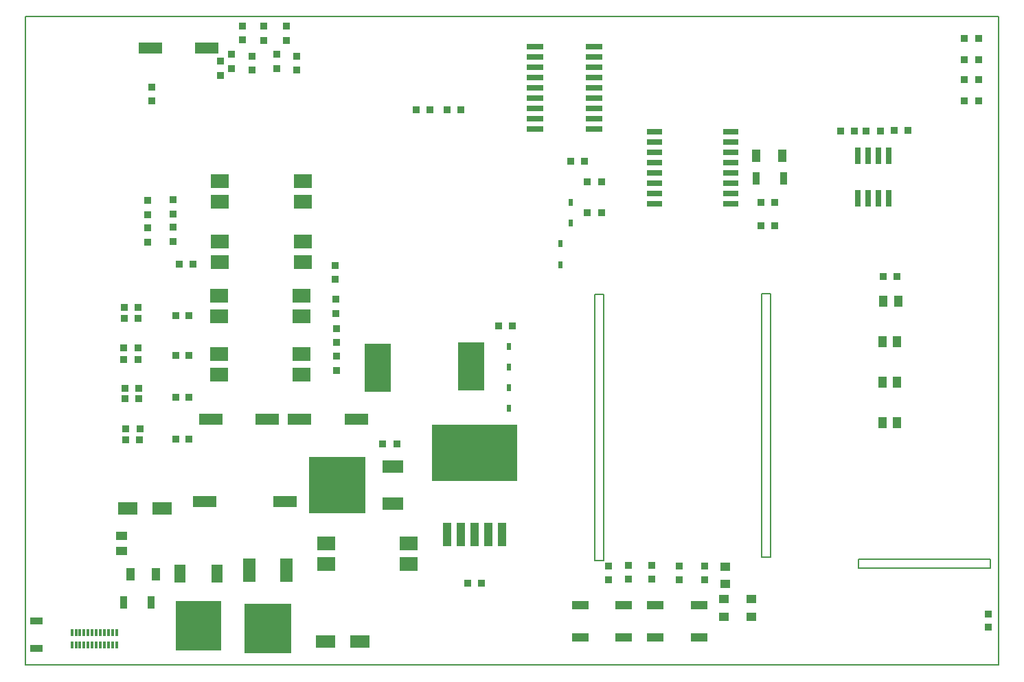
<source format=gbr>
<<<<<<< HEAD
G04 PROTEUS GERBER X2 FILE*
%TF.GenerationSoftware,Labcenter,Proteus,8.11-SP0-Build30052*%
%TF.CreationDate,2021-11-08T23:16:57+00:00*%
%TF.FileFunction,Paste,Top*%
%TF.FilePolarity,Positive*%
%TF.Part,Single*%
%TF.SameCoordinates,{af5e3d67-cc9f-4e8b-9fcc-2bf036155207}*%
%FSLAX45Y45*%
%MOMM*%
G01*
%TA.AperFunction,Material*%
%ADD102R,1.920000X0.650000*%
%TA.AperFunction,Material*%
%ADD103R,0.635000X2.032000*%
%TA.AperFunction,Material*%
%ADD104R,2.032000X0.635000*%
%TA.AperFunction,Material*%
%ADD105R,2.540000X1.524000*%
%ADD106R,6.985000X6.985000*%
%TA.AperFunction,Material*%
%ADD107R,2.200000X1.700000*%
%TA.AperFunction,Material*%
%ADD108R,0.889000X0.889000*%
%ADD109R,0.889000X0.939800*%
%ADD110R,0.889000X1.524000*%
%ADD111R,0.990600X1.397000*%
%ADD112R,0.939800X0.889000*%
%TA.AperFunction,Material*%
%ADD113R,1.400000X2.290000*%
%ADD114R,5.690000X6.180000*%
%TA.AperFunction,Material*%
%ADD115R,1.041400X2.997200*%
%ADD116R,10.490200X6.908800*%
%TA.AperFunction,Material*%
%ADD117R,1.016000X1.524000*%
%ADD118R,3.000000X1.400000*%
%TA.AperFunction,Material*%
%ADD119R,1.600000X3.000000*%
%ADD120R,5.800000X6.200000*%
%TA.AperFunction,Material*%
%ADD121R,1.397000X0.990600*%
%ADD122R,3.300000X6.000000*%
%ADD123R,2.350000X1.550000*%
%ADD124R,1.270000X1.016000*%
%TA.AperFunction,Material*%
%ADD125R,2.000000X1.000000*%
%TA.AperFunction,Material*%
%ADD126R,1.524000X0.889000*%
%TA.AperFunction,Material*%
%ADD127R,0.300000X0.950000*%
%TA.AperFunction,Material*%
%ADD128R,0.558800X0.889000*%
%TA.AperFunction,Profile*%
%ADD49C,0.203200*%
%TD.AperFunction*%
D102*
X+7770000Y+6587000D03*
X+7770000Y+6460000D03*
X+7770000Y+6333000D03*
X+7770000Y+6206000D03*
X+7770000Y+6079000D03*
X+7770000Y+5952000D03*
X+7770000Y+5825000D03*
X+7770000Y+5698000D03*
X+8712000Y+5698000D03*
X+8712000Y+5825000D03*
X+8712000Y+5952000D03*
X+8712000Y+6079000D03*
X+8712000Y+6206000D03*
X+8712000Y+6333000D03*
X+8712000Y+6460000D03*
X+8712000Y+6587000D03*
D103*
X+10276000Y+5769300D03*
X+10403000Y+5769300D03*
X+10530000Y+5769300D03*
X+10657000Y+5769300D03*
X+10657000Y+6290000D03*
X+10530000Y+6290000D03*
X+10403000Y+6290000D03*
X+10276000Y+6290000D03*
D104*
X+7020000Y+6624000D03*
X+7020000Y+6751000D03*
X+7020000Y+6878000D03*
X+7020000Y+7005000D03*
X+7020000Y+7132000D03*
X+7020000Y+7259000D03*
X+7020000Y+7386000D03*
X+7020000Y+7513000D03*
X+7020000Y+7640000D03*
X+6296100Y+7640000D03*
X+6296100Y+7513000D03*
X+6296100Y+7386000D03*
X+6296100Y+7259000D03*
X+6296100Y+7132000D03*
X+6296100Y+7005000D03*
X+6296100Y+6878000D03*
X+6296100Y+6751000D03*
X+6296100Y+6624000D03*
D105*
X+4543130Y+2000000D03*
X+4543130Y+2457200D03*
D106*
X+3852250Y+2228600D03*
D107*
X+3720000Y+1510000D03*
X+3720000Y+1256000D03*
X+4740000Y+1256000D03*
X+4740000Y+1510000D03*
X+2410000Y+5980000D03*
X+2410000Y+5726000D03*
X+3430000Y+5726000D03*
X+3430000Y+5980000D03*
D108*
X+1230000Y+4419620D03*
X+1402720Y+4419620D03*
X+1227280Y+3919620D03*
X+1400000Y+3919620D03*
X+1240000Y+3419620D03*
X+1412720Y+3419620D03*
X+1250000Y+2919620D03*
X+1422720Y+2919620D03*
X+1402720Y+4289620D03*
X+1230000Y+4289620D03*
X+1400000Y+3779620D03*
X+1227280Y+3779620D03*
X+1410000Y+3299620D03*
X+1237280Y+3299620D03*
X+1420000Y+2789620D03*
X+1247280Y+2789620D03*
D107*
X+2410000Y+5237000D03*
X+2410000Y+4983000D03*
X+3430000Y+4983000D03*
X+3430000Y+5237000D03*
X+2400000Y+4567000D03*
X+2400000Y+4313000D03*
X+3420000Y+4313000D03*
X+3420000Y+4567000D03*
X+2400000Y+3847000D03*
X+2400000Y+3593000D03*
X+3420000Y+3593000D03*
X+3420000Y+3847000D03*
D108*
X+3840000Y+4347280D03*
X+3840000Y+4520000D03*
X+3850000Y+3647280D03*
X+3850000Y+3820000D03*
X+3830000Y+4767280D03*
X+3830000Y+4940000D03*
X+3850000Y+3987280D03*
X+3850000Y+4160000D03*
D109*
X+1870000Y+4320000D03*
X+2030000Y+4320000D03*
X+1870000Y+3830000D03*
X+2030000Y+3830000D03*
X+1870000Y+3310000D03*
X+2030000Y+3310000D03*
X+1870000Y+2800000D03*
X+2030000Y+2800000D03*
D108*
X+3360000Y+7522720D03*
X+3360000Y+7350000D03*
X+3110000Y+7542720D03*
X+3110000Y+7370000D03*
X+2810000Y+7522720D03*
X+2810000Y+7350000D03*
X+2550000Y+7542720D03*
X+2550000Y+7370000D03*
X+1830000Y+5750000D03*
X+1830000Y+5577280D03*
X+1830000Y+5410000D03*
X+1830000Y+5237280D03*
X+1520000Y+5400000D03*
X+1520000Y+5227280D03*
X+1520000Y+5740000D03*
X+1520000Y+5567280D03*
X+11590000Y+6970000D03*
X+11762720Y+6970000D03*
X+11590000Y+7230000D03*
X+11762720Y+7230000D03*
X+11590000Y+7480000D03*
X+11762720Y+7480000D03*
X+11590000Y+7740000D03*
X+11762720Y+7740000D03*
X+1570000Y+6967280D03*
X+1570000Y+7140000D03*
X+2690000Y+7720000D03*
X+2690000Y+7892720D03*
X+2950000Y+7717280D03*
X+2950000Y+7890000D03*
X+3230000Y+7717280D03*
X+3230000Y+7890000D03*
X+9250000Y+5430000D03*
X+9077280Y+5430000D03*
X+9250000Y+5720000D03*
X+9077280Y+5720000D03*
X+10377280Y+6600000D03*
X+10550000Y+6600000D03*
X+10060000Y+6600000D03*
X+10232720Y+6600000D03*
X+10720000Y+6610000D03*
X+10892720Y+6610000D03*
D110*
X+9360000Y+6010000D03*
X+9020000Y+6010000D03*
D111*
X+10760000Y+3000000D03*
X+10580000Y+3000000D03*
X+10760000Y+3500000D03*
X+10580000Y+3500000D03*
X+10760000Y+4000000D03*
X+10580000Y+4000000D03*
D112*
X+11880000Y+480000D03*
X+11880000Y+640000D03*
D113*
X+2376000Y+1140000D03*
D114*
X+2148000Y+496000D03*
D113*
X+1920000Y+1140000D03*
D115*
X+5210000Y+1620000D03*
X+5380000Y+1620000D03*
X+5550000Y+1620000D03*
X+5720000Y+1620000D03*
X+5890000Y+1620000D03*
D116*
X+5550000Y+2630000D03*
D117*
X+1310000Y+1130000D03*
X+1624960Y+1130000D03*
D118*
X+2220000Y+2030000D03*
X+3210000Y+2030000D03*
X+4090000Y+3040000D03*
X+3390000Y+3040000D03*
X+2250000Y+7620000D03*
X+1550000Y+7620000D03*
X+2297000Y+3041000D03*
X+2997000Y+3041000D03*
D119*
X+3226000Y+1180000D03*
D120*
X+2998000Y+462000D03*
D119*
X+2770000Y+1180000D03*
D121*
X+1200000Y+1600000D03*
X+1200000Y+1420000D03*
D122*
X+5510000Y+3690000D03*
X+4360000Y+3680000D03*
D123*
X+4140000Y+300000D03*
X+3710000Y+300000D03*
X+1270000Y+1940000D03*
X+1700000Y+1940000D03*
D124*
X+8620000Y+820000D03*
X+8620000Y+606640D03*
X+8640000Y+1220000D03*
X+8640000Y+1006640D03*
X+8960000Y+820000D03*
X+8960000Y+606640D03*
D108*
X+4417280Y+2740000D03*
X+4590000Y+2740000D03*
X+2420000Y+7460000D03*
X+2420000Y+7287280D03*
X+7730000Y+1070000D03*
X+7730000Y+1242720D03*
X+8070000Y+1057280D03*
X+8070000Y+1230000D03*
X+7450000Y+1067280D03*
X+7450000Y+1240000D03*
X+8390000Y+1230000D03*
X+8390000Y+1057280D03*
X+7200000Y+1230000D03*
X+7200000Y+1057280D03*
D125*
X+6850000Y+350000D03*
X+7390000Y+350000D03*
X+7390000Y+750000D03*
X+6850000Y+750000D03*
X+7779000Y+346000D03*
X+8319000Y+346000D03*
X+8319000Y+746000D03*
X+7779000Y+746000D03*
D126*
X+150000Y+210000D03*
X+150000Y+550000D03*
D110*
X+1224551Y+780000D03*
X+1564551Y+780000D03*
D127*
X+585000Y+410000D03*
X+635000Y+410000D03*
X+684994Y+410000D03*
X+735000Y+410000D03*
X+785000Y+410000D03*
X+835000Y+410000D03*
X+885000Y+410000D03*
X+935000Y+410000D03*
X+985000Y+410000D03*
X+1035006Y+410000D03*
X+1085000Y+410000D03*
X+1135000Y+410000D03*
X+1135000Y+260000D03*
X+1085000Y+260000D03*
X+1035006Y+260000D03*
X+985000Y+260000D03*
X+935000Y+260000D03*
X+885000Y+260000D03*
X+835000Y+260000D03*
X+785000Y+260000D03*
X+735000Y+260000D03*
X+684994Y+260000D03*
X+635000Y+260000D03*
X+585000Y+260000D03*
D111*
X+10770000Y+4500000D03*
X+10590000Y+4500000D03*
D108*
X+10587280Y+4800000D03*
X+10760000Y+4800000D03*
D128*
X+5969000Y+3943000D03*
X+5969000Y+3683000D03*
X+5969000Y+3435000D03*
X+5969000Y+3175000D03*
X+6604000Y+4947000D03*
X+6604000Y+5207000D03*
X+6731000Y+5721000D03*
X+6731000Y+5461000D03*
D117*
X+9025040Y+6290000D03*
X+9340000Y+6290000D03*
D108*
X+5842000Y+4191000D03*
X+6014720Y+4191000D03*
X+6731000Y+6223000D03*
X+6903720Y+6223000D03*
X+7112000Y+5588000D03*
X+6939280Y+5588000D03*
X+5461000Y+1016000D03*
X+5633720Y+1016000D03*
X+7112000Y+5969000D03*
X+6939280Y+5969000D03*
X+5207000Y+6858000D03*
X+5379720Y+6858000D03*
X+4826000Y+6858000D03*
X+4998720Y+6858000D03*
X+1905000Y+4953000D03*
X+2077720Y+4953000D03*
D49*
X+10000Y+10000D02*
X+12010000Y+10000D01*
X+12010000Y+8010000D01*
X+10000Y+8010000D01*
X+10000Y+10000D01*
X+9090625Y+1343828D02*
X+9200625Y+1343828D01*
X+9200625Y+4593828D01*
X+9090625Y+4593828D01*
X+9090625Y+1343828D01*
X+7030625Y+1293828D02*
X+7140625Y+1293828D01*
X+7140625Y+4583828D01*
X+7030625Y+4583828D01*
X+7030625Y+1293828D01*
X+10285625Y+1208828D02*
X+11905625Y+1208828D01*
X+11905625Y+1318828D01*
X+10285625Y+1318828D01*
X+10285625Y+1208828D01*
M02*
=======
G04 PROTEUS GERBER X2 FILE*
%TF.GenerationSoftware,Labcenter,Proteus,8.11-SP0-Build30052*%
%TF.CreationDate,2021-11-08T23:16:57+00:00*%
%TF.FileFunction,Paste,Top*%
%TF.FilePolarity,Positive*%
%TF.Part,Single*%
%TF.SameCoordinates,{af5e3d67-cc9f-4e8b-9fcc-2bf036155207}*%
%FSLAX45Y45*%
%MOMM*%
G01*
%TA.AperFunction,Material*%
%ADD102R,1.920000X0.650000*%
%TA.AperFunction,Material*%
%ADD103R,0.635000X2.032000*%
%TA.AperFunction,Material*%
%ADD104R,2.032000X0.635000*%
%TA.AperFunction,Material*%
%ADD105R,2.540000X1.524000*%
%ADD106R,6.985000X6.985000*%
%TA.AperFunction,Material*%
%ADD107R,2.200000X1.700000*%
%TA.AperFunction,Material*%
%ADD108R,0.889000X0.889000*%
%ADD109R,0.889000X0.939800*%
%ADD110R,0.889000X1.524000*%
%ADD111R,0.990600X1.397000*%
%ADD112R,0.939800X0.889000*%
%TA.AperFunction,Material*%
%ADD113R,1.400000X2.290000*%
%ADD114R,5.690000X6.180000*%
%TA.AperFunction,Material*%
%ADD115R,1.041400X2.997200*%
%ADD116R,10.490200X6.908800*%
%TA.AperFunction,Material*%
%ADD117R,1.016000X1.524000*%
%ADD118R,3.000000X1.400000*%
%TA.AperFunction,Material*%
%ADD119R,1.600000X3.000000*%
%ADD120R,5.800000X6.200000*%
%TA.AperFunction,Material*%
%ADD121R,1.397000X0.990600*%
%ADD122R,3.300000X6.000000*%
%ADD123R,2.350000X1.550000*%
%ADD124R,1.270000X1.016000*%
%TA.AperFunction,Material*%
%ADD125R,2.000000X1.000000*%
%TA.AperFunction,Material*%
%ADD126R,1.524000X0.889000*%
%TA.AperFunction,Material*%
%ADD127R,0.300000X0.950000*%
%TA.AperFunction,Material*%
%ADD128R,0.558800X0.889000*%
%TA.AperFunction,Profile*%
%ADD49C,0.203200*%
%TD.AperFunction*%
D102*
X+7770000Y+6587000D03*
X+7770000Y+6460000D03*
X+7770000Y+6333000D03*
X+7770000Y+6206000D03*
X+7770000Y+6079000D03*
X+7770000Y+5952000D03*
X+7770000Y+5825000D03*
X+7770000Y+5698000D03*
X+8712000Y+5698000D03*
X+8712000Y+5825000D03*
X+8712000Y+5952000D03*
X+8712000Y+6079000D03*
X+8712000Y+6206000D03*
X+8712000Y+6333000D03*
X+8712000Y+6460000D03*
X+8712000Y+6587000D03*
D103*
X+10276000Y+5769300D03*
X+10403000Y+5769300D03*
X+10530000Y+5769300D03*
X+10657000Y+5769300D03*
X+10657000Y+6290000D03*
X+10530000Y+6290000D03*
X+10403000Y+6290000D03*
X+10276000Y+6290000D03*
D104*
X+7020000Y+6624000D03*
X+7020000Y+6751000D03*
X+7020000Y+6878000D03*
X+7020000Y+7005000D03*
X+7020000Y+7132000D03*
X+7020000Y+7259000D03*
X+7020000Y+7386000D03*
X+7020000Y+7513000D03*
X+7020000Y+7640000D03*
X+6296100Y+7640000D03*
X+6296100Y+7513000D03*
X+6296100Y+7386000D03*
X+6296100Y+7259000D03*
X+6296100Y+7132000D03*
X+6296100Y+7005000D03*
X+6296100Y+6878000D03*
X+6296100Y+6751000D03*
X+6296100Y+6624000D03*
D105*
X+4543130Y+2000000D03*
X+4543130Y+2457200D03*
D106*
X+3852250Y+2228600D03*
D107*
X+3720000Y+1510000D03*
X+3720000Y+1256000D03*
X+4740000Y+1256000D03*
X+4740000Y+1510000D03*
X+2410000Y+5980000D03*
X+2410000Y+5726000D03*
X+3430000Y+5726000D03*
X+3430000Y+5980000D03*
D108*
X+1230000Y+4419620D03*
X+1402720Y+4419620D03*
X+1227280Y+3919620D03*
X+1400000Y+3919620D03*
X+1240000Y+3419620D03*
X+1412720Y+3419620D03*
X+1250000Y+2919620D03*
X+1422720Y+2919620D03*
X+1402720Y+4289620D03*
X+1230000Y+4289620D03*
X+1400000Y+3779620D03*
X+1227280Y+3779620D03*
X+1410000Y+3299620D03*
X+1237280Y+3299620D03*
X+1420000Y+2789620D03*
X+1247280Y+2789620D03*
D107*
X+2410000Y+5237000D03*
X+2410000Y+4983000D03*
X+3430000Y+4983000D03*
X+3430000Y+5237000D03*
X+2400000Y+4567000D03*
X+2400000Y+4313000D03*
X+3420000Y+4313000D03*
X+3420000Y+4567000D03*
X+2400000Y+3847000D03*
X+2400000Y+3593000D03*
X+3420000Y+3593000D03*
X+3420000Y+3847000D03*
D108*
X+3840000Y+4347280D03*
X+3840000Y+4520000D03*
X+3850000Y+3647280D03*
X+3850000Y+3820000D03*
X+3830000Y+4767280D03*
X+3830000Y+4940000D03*
X+3850000Y+3987280D03*
X+3850000Y+4160000D03*
D109*
X+1870000Y+4320000D03*
X+2030000Y+4320000D03*
X+1870000Y+3830000D03*
X+2030000Y+3830000D03*
X+1870000Y+3310000D03*
X+2030000Y+3310000D03*
X+1870000Y+2800000D03*
X+2030000Y+2800000D03*
D108*
X+3360000Y+7522720D03*
X+3360000Y+7350000D03*
X+3110000Y+7542720D03*
X+3110000Y+7370000D03*
X+2810000Y+7522720D03*
X+2810000Y+7350000D03*
X+2550000Y+7542720D03*
X+2550000Y+7370000D03*
X+1830000Y+5750000D03*
X+1830000Y+5577280D03*
X+1830000Y+5410000D03*
X+1830000Y+5237280D03*
X+1520000Y+5400000D03*
X+1520000Y+5227280D03*
X+1520000Y+5740000D03*
X+1520000Y+5567280D03*
X+11590000Y+6970000D03*
X+11762720Y+6970000D03*
X+11590000Y+7230000D03*
X+11762720Y+7230000D03*
X+11590000Y+7480000D03*
X+11762720Y+7480000D03*
X+11590000Y+7740000D03*
X+11762720Y+7740000D03*
X+1570000Y+6967280D03*
X+1570000Y+7140000D03*
X+2690000Y+7720000D03*
X+2690000Y+7892720D03*
X+2950000Y+7717280D03*
X+2950000Y+7890000D03*
X+3230000Y+7717280D03*
X+3230000Y+7890000D03*
X+9250000Y+5430000D03*
X+9077280Y+5430000D03*
X+9250000Y+5720000D03*
X+9077280Y+5720000D03*
X+10377280Y+6600000D03*
X+10550000Y+6600000D03*
X+10060000Y+6600000D03*
X+10232720Y+6600000D03*
X+10720000Y+6610000D03*
X+10892720Y+6610000D03*
D110*
X+9360000Y+6010000D03*
X+9020000Y+6010000D03*
D111*
X+10760000Y+3000000D03*
X+10580000Y+3000000D03*
X+10760000Y+3500000D03*
X+10580000Y+3500000D03*
X+10760000Y+4000000D03*
X+10580000Y+4000000D03*
D112*
X+11880000Y+480000D03*
X+11880000Y+640000D03*
D113*
X+2376000Y+1140000D03*
D114*
X+2148000Y+496000D03*
D113*
X+1920000Y+1140000D03*
D115*
X+5210000Y+1620000D03*
X+5380000Y+1620000D03*
X+5550000Y+1620000D03*
X+5720000Y+1620000D03*
X+5890000Y+1620000D03*
D116*
X+5550000Y+2630000D03*
D117*
X+1310000Y+1130000D03*
X+1624960Y+1130000D03*
D118*
X+2220000Y+2030000D03*
X+3210000Y+2030000D03*
X+4090000Y+3040000D03*
X+3390000Y+3040000D03*
X+2250000Y+7620000D03*
X+1550000Y+7620000D03*
X+2297000Y+3041000D03*
X+2997000Y+3041000D03*
D119*
X+3226000Y+1180000D03*
D120*
X+2998000Y+462000D03*
D119*
X+2770000Y+1180000D03*
D121*
X+1200000Y+1600000D03*
X+1200000Y+1420000D03*
D122*
X+5510000Y+3690000D03*
X+4360000Y+3680000D03*
D123*
X+4140000Y+300000D03*
X+3710000Y+300000D03*
X+1270000Y+1940000D03*
X+1700000Y+1940000D03*
D124*
X+8620000Y+820000D03*
X+8620000Y+606640D03*
X+8640000Y+1220000D03*
X+8640000Y+1006640D03*
X+8960000Y+820000D03*
X+8960000Y+606640D03*
D108*
X+4417280Y+2740000D03*
X+4590000Y+2740000D03*
X+2420000Y+7460000D03*
X+2420000Y+7287280D03*
X+7730000Y+1070000D03*
X+7730000Y+1242720D03*
X+8070000Y+1057280D03*
X+8070000Y+1230000D03*
X+7450000Y+1067280D03*
X+7450000Y+1240000D03*
X+8390000Y+1230000D03*
X+8390000Y+1057280D03*
X+7200000Y+1230000D03*
X+7200000Y+1057280D03*
D125*
X+6850000Y+350000D03*
X+7390000Y+350000D03*
X+7390000Y+750000D03*
X+6850000Y+750000D03*
X+7779000Y+346000D03*
X+8319000Y+346000D03*
X+8319000Y+746000D03*
X+7779000Y+746000D03*
D126*
X+150000Y+210000D03*
X+150000Y+550000D03*
D110*
X+1224551Y+780000D03*
X+1564551Y+780000D03*
D127*
X+585000Y+410000D03*
X+635000Y+410000D03*
X+684994Y+410000D03*
X+735000Y+410000D03*
X+785000Y+410000D03*
X+835000Y+410000D03*
X+885000Y+410000D03*
X+935000Y+410000D03*
X+985000Y+410000D03*
X+1035006Y+410000D03*
X+1085000Y+410000D03*
X+1135000Y+410000D03*
X+1135000Y+260000D03*
X+1085000Y+260000D03*
X+1035006Y+260000D03*
X+985000Y+260000D03*
X+935000Y+260000D03*
X+885000Y+260000D03*
X+835000Y+260000D03*
X+785000Y+260000D03*
X+735000Y+260000D03*
X+684994Y+260000D03*
X+635000Y+260000D03*
X+585000Y+260000D03*
D111*
X+10770000Y+4500000D03*
X+10590000Y+4500000D03*
D108*
X+10587280Y+4800000D03*
X+10760000Y+4800000D03*
D128*
X+5969000Y+3943000D03*
X+5969000Y+3683000D03*
X+5969000Y+3435000D03*
X+5969000Y+3175000D03*
X+6604000Y+4947000D03*
X+6604000Y+5207000D03*
X+6731000Y+5721000D03*
X+6731000Y+5461000D03*
D117*
X+9025040Y+6290000D03*
X+9340000Y+6290000D03*
D108*
X+5842000Y+4191000D03*
X+6014720Y+4191000D03*
X+6731000Y+6223000D03*
X+6903720Y+6223000D03*
X+7112000Y+5588000D03*
X+6939280Y+5588000D03*
X+5461000Y+1016000D03*
X+5633720Y+1016000D03*
X+7112000Y+5969000D03*
X+6939280Y+5969000D03*
X+5207000Y+6858000D03*
X+5379720Y+6858000D03*
X+4826000Y+6858000D03*
X+4998720Y+6858000D03*
X+1905000Y+4953000D03*
X+2077720Y+4953000D03*
D49*
X+10000Y+10000D02*
X+12010000Y+10000D01*
X+12010000Y+8010000D01*
X+10000Y+8010000D01*
X+10000Y+10000D01*
X+9090625Y+1343828D02*
X+9200625Y+1343828D01*
X+9200625Y+4593828D01*
X+9090625Y+4593828D01*
X+9090625Y+1343828D01*
X+7030625Y+1293828D02*
X+7140625Y+1293828D01*
X+7140625Y+4583828D01*
X+7030625Y+4583828D01*
X+7030625Y+1293828D01*
X+10285625Y+1208828D02*
X+11905625Y+1208828D01*
X+11905625Y+1318828D01*
X+10285625Y+1318828D01*
X+10285625Y+1208828D01*
M02*
>>>>>>> ec84c6f (Update Firmware MQ135.)

</source>
